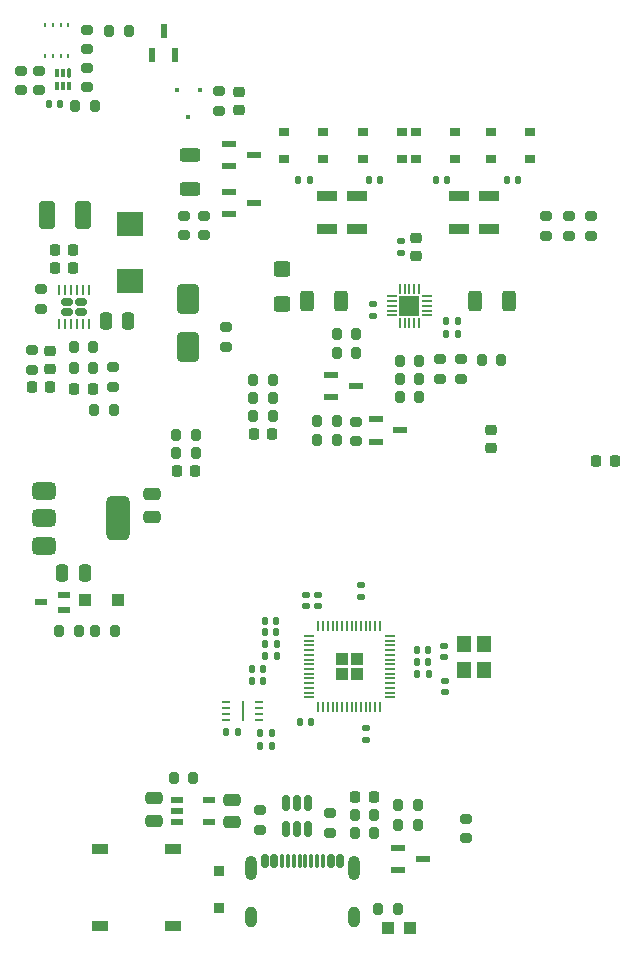
<source format=gtp>
%TF.GenerationSoftware,KiCad,Pcbnew,8.0.6*%
%TF.CreationDate,2024-11-28T22:24:40+00:00*%
%TF.ProjectId,StepUp,53746570-5570-42e6-9b69-6361645f7063,v0.1*%
%TF.SameCoordinates,Original*%
%TF.FileFunction,Paste,Top*%
%TF.FilePolarity,Positive*%
%FSLAX46Y46*%
G04 Gerber Fmt 4.6, Leading zero omitted, Abs format (unit mm)*
G04 Created by KiCad (PCBNEW 8.0.6) date 2024-11-28 22:24:40*
%MOMM*%
%LPD*%
G01*
G04 APERTURE LIST*
G04 Aperture macros list*
%AMRoundRect*
0 Rectangle with rounded corners*
0 $1 Rounding radius*
0 $2 $3 $4 $5 $6 $7 $8 $9 X,Y pos of 4 corners*
0 Add a 4 corners polygon primitive as box body*
4,1,4,$2,$3,$4,$5,$6,$7,$8,$9,$2,$3,0*
0 Add four circle primitives for the rounded corners*
1,1,$1+$1,$2,$3*
1,1,$1+$1,$4,$5*
1,1,$1+$1,$6,$7*
1,1,$1+$1,$8,$9*
0 Add four rect primitives between the rounded corners*
20,1,$1+$1,$2,$3,$4,$5,0*
20,1,$1+$1,$4,$5,$6,$7,0*
20,1,$1+$1,$6,$7,$8,$9,0*
20,1,$1+$1,$8,$9,$2,$3,0*%
G04 Aperture macros list end*
%ADD10R,0.863600X0.787400*%
%ADD11RoundRect,0.250000X0.312500X0.625000X-0.312500X0.625000X-0.312500X-0.625000X0.312500X-0.625000X0*%
%ADD12RoundRect,0.200000X-0.275000X0.200000X-0.275000X-0.200000X0.275000X-0.200000X0.275000X0.200000X0*%
%ADD13RoundRect,0.140000X0.170000X-0.140000X0.170000X0.140000X-0.170000X0.140000X-0.170000X-0.140000X0*%
%ADD14RoundRect,0.140000X-0.140000X-0.170000X0.140000X-0.170000X0.140000X0.170000X-0.140000X0.170000X0*%
%ADD15RoundRect,0.135000X-0.135000X-0.185000X0.135000X-0.185000X0.135000X0.185000X-0.135000X0.185000X0*%
%ADD16RoundRect,0.140000X0.140000X0.170000X-0.140000X0.170000X-0.140000X-0.170000X0.140000X-0.170000X0*%
%ADD17RoundRect,0.150000X-0.150000X-0.425000X0.150000X-0.425000X0.150000X0.425000X-0.150000X0.425000X0*%
%ADD18RoundRect,0.075000X-0.075000X-0.500000X0.075000X-0.500000X0.075000X0.500000X-0.075000X0.500000X0*%
%ADD19O,1.000000X2.100000*%
%ADD20O,1.000000X1.800000*%
%ADD21RoundRect,0.200000X-0.200000X-0.275000X0.200000X-0.275000X0.200000X0.275000X-0.200000X0.275000X0*%
%ADD22RoundRect,0.225000X0.225000X0.250000X-0.225000X0.250000X-0.225000X-0.250000X0.225000X-0.250000X0*%
%ADD23RoundRect,0.135000X0.135000X0.185000X-0.135000X0.185000X-0.135000X-0.185000X0.135000X-0.185000X0*%
%ADD24RoundRect,0.200000X0.200000X0.275000X-0.200000X0.275000X-0.200000X-0.275000X0.200000X-0.275000X0*%
%ADD25RoundRect,0.225000X-0.225000X-0.250000X0.225000X-0.250000X0.225000X0.250000X-0.225000X0.250000X0*%
%ADD26R,1.000000X0.550000*%
%ADD27R,1.300000X0.600000*%
%ADD28RoundRect,0.250000X0.292217X-0.292217X0.292217X0.292217X-0.292217X0.292217X-0.292217X-0.292217X0*%
%ADD29RoundRect,0.050000X0.050000X-0.387500X0.050000X0.387500X-0.050000X0.387500X-0.050000X-0.387500X0*%
%ADD30RoundRect,0.050000X0.387500X-0.050000X0.387500X0.050000X-0.387500X0.050000X-0.387500X-0.050000X0*%
%ADD31R,1.000000X1.000000*%
%ADD32R,1.753400X0.912000*%
%ADD33RoundRect,0.160000X0.345000X-0.160000X0.345000X0.160000X-0.345000X0.160000X-0.345000X-0.160000X0*%
%ADD34RoundRect,0.062500X0.062500X-0.362500X0.062500X0.362500X-0.062500X0.362500X-0.062500X-0.362500X0*%
%ADD35R,0.254000X0.355600*%
%ADD36RoundRect,0.250000X0.625000X-0.312500X0.625000X0.312500X-0.625000X0.312500X-0.625000X-0.312500X0*%
%ADD37RoundRect,0.250000X0.650000X-1.000000X0.650000X1.000000X-0.650000X1.000000X-0.650000X-1.000000X0*%
%ADD38RoundRect,0.200000X0.275000X-0.200000X0.275000X0.200000X-0.275000X0.200000X-0.275000X-0.200000X0*%
%ADD39RoundRect,0.250000X-0.250000X-0.475000X0.250000X-0.475000X0.250000X0.475000X-0.250000X0.475000X0*%
%ADD40RoundRect,0.225000X-0.250000X0.225000X-0.250000X-0.225000X0.250000X-0.225000X0.250000X0.225000X0*%
%ADD41RoundRect,0.140000X-0.170000X0.140000X-0.170000X-0.140000X0.170000X-0.140000X0.170000X0.140000X0*%
%ADD42RoundRect,0.250000X0.250000X0.475000X-0.250000X0.475000X-0.250000X-0.475000X0.250000X-0.475000X0*%
%ADD43R,1.200000X1.400000*%
%ADD44RoundRect,0.250000X-0.312500X-0.625000X0.312500X-0.625000X0.312500X0.625000X-0.312500X0.625000X0*%
%ADD45RoundRect,0.375000X-0.625000X-0.375000X0.625000X-0.375000X0.625000X0.375000X-0.625000X0.375000X0*%
%ADD46RoundRect,0.500000X-0.500000X-1.400000X0.500000X-1.400000X0.500000X1.400000X-0.500000X1.400000X0*%
%ADD47O,0.857199X0.204000*%
%ADD48O,0.204000X0.857199*%
%ADD49R,1.701800X1.701800*%
%ADD50RoundRect,0.250000X0.475000X-0.250000X0.475000X0.250000X-0.475000X0.250000X-0.475000X-0.250000X0*%
%ADD51RoundRect,0.250000X0.412500X0.925000X-0.412500X0.925000X-0.412500X-0.925000X0.412500X-0.925000X0*%
%ADD52R,0.457200X0.406400*%
%ADD53R,0.711200X0.254000*%
%ADD54R,0.254000X1.651000*%
%ADD55R,2.200000X2.150000*%
%ADD56RoundRect,0.250000X-0.475000X0.250000X-0.475000X-0.250000X0.475000X-0.250000X0.475000X0.250000X0*%
%ADD57R,1.050000X0.600000*%
%ADD58R,0.600000X1.300000*%
%ADD59R,1.397000X0.889000*%
%ADD60RoundRect,0.250000X-0.450000X0.400000X-0.450000X-0.400000X0.450000X-0.400000X0.450000X0.400000X0*%
%ADD61RoundRect,0.225000X0.250000X-0.225000X0.250000X0.225000X-0.250000X0.225000X-0.250000X-0.225000X0*%
%ADD62R,0.950000X0.900000*%
%ADD63RoundRect,0.070000X0.070000X0.355000X-0.070000X0.355000X-0.070000X-0.355000X0.070000X-0.355000X0*%
%ADD64RoundRect,0.070000X0.070000X0.305000X-0.070000X0.305000X-0.070000X-0.305000X0.070000X-0.305000X0*%
%ADD65RoundRect,0.150000X0.150000X-0.512500X0.150000X0.512500X-0.150000X0.512500X-0.150000X-0.512500X0*%
%ADD66RoundRect,0.250000X-0.300000X-0.300000X0.300000X-0.300000X0.300000X0.300000X-0.300000X0.300000X0*%
G04 APERTURE END LIST*
D10*
%TO.C,D3*%
X90477799Y-63478600D03*
X87175799Y-63478600D03*
%TD*%
D11*
%TO.C,R20*%
X99572900Y-75550001D03*
X96647900Y-75550001D03*
%TD*%
D12*
%TO.C,R33*%
X74950000Y-57775000D03*
X74950000Y-59425000D03*
%TD*%
D13*
%TO.C,C10*%
X87000000Y-100580000D03*
X87000000Y-99620000D03*
%TD*%
D14*
%TO.C,C5*%
X91720000Y-105100000D03*
X92680000Y-105100000D03*
%TD*%
D15*
%TO.C,R6*%
X78860000Y-105612500D03*
X79880000Y-105612500D03*
%TD*%
D16*
%TO.C,C8*%
X79850000Y-102600000D03*
X78890000Y-102600000D03*
%TD*%
D17*
%TO.C,J1*%
X78858000Y-122950000D03*
X79658000Y-122950000D03*
D18*
X80808000Y-122950000D03*
X81808000Y-122950000D03*
X82308000Y-122950000D03*
X83308000Y-122950000D03*
D17*
X84458000Y-122950000D03*
X85258000Y-122950000D03*
X85258000Y-122950000D03*
X84458000Y-122950000D03*
D18*
X83808000Y-122950000D03*
X82808000Y-122950000D03*
X81308000Y-122950000D03*
X80308000Y-122950000D03*
D17*
X79658000Y-122950000D03*
X78858000Y-122950000D03*
D19*
X77738000Y-123525000D03*
D20*
X77738000Y-127705000D03*
D19*
X86378000Y-123525000D03*
D20*
X86378000Y-127705000D03*
%TD*%
D14*
%TO.C,C19*%
X94237000Y-77249000D03*
X95197000Y-77249000D03*
%TD*%
D21*
%TO.C,R40*%
X71375000Y-88424000D03*
X73025000Y-88424000D03*
%TD*%
D14*
%TO.C,C18*%
X94220000Y-78300000D03*
X95180000Y-78300000D03*
%TD*%
D12*
%TO.C,R32*%
X75600000Y-77775000D03*
X75600000Y-79425000D03*
%TD*%
D22*
%TO.C,C41*%
X108475000Y-89100000D03*
X106925000Y-89100000D03*
%TD*%
D12*
%TO.C,R10*%
X86600000Y-85775000D03*
X86600000Y-87425000D03*
%TD*%
D23*
%TO.C,R2*%
X79510000Y-112100000D03*
X78490000Y-112100000D03*
%TD*%
D24*
%TO.C,R28*%
X66067000Y-84760000D03*
X64417000Y-84760000D03*
%TD*%
D15*
%TO.C,R5*%
X91712000Y-107135000D03*
X92732000Y-107135000D03*
%TD*%
%TO.C,R7*%
X78860000Y-104600000D03*
X79880000Y-104600000D03*
%TD*%
D10*
%TO.C,D8*%
X94935400Y-61192600D03*
X91633400Y-61192600D03*
%TD*%
%TO.C,D10*%
X97983400Y-61192600D03*
X101285400Y-61192600D03*
%TD*%
D25*
%TO.C,C38*%
X77928000Y-86768000D03*
X79478000Y-86768000D03*
%TD*%
D13*
%TO.C,C15*%
X88025000Y-76779000D03*
X88025000Y-75819000D03*
%TD*%
D10*
%TO.C,D7*%
X91633400Y-63478600D03*
X94935400Y-63478600D03*
%TD*%
D24*
%TO.C,R8*%
X84950000Y-87300000D03*
X83300000Y-87300000D03*
%TD*%
%TO.C,R31*%
X64329000Y-79428000D03*
X62679000Y-79428000D03*
%TD*%
D12*
%TO.C,R4*%
X84350000Y-118925000D03*
X84350000Y-120575000D03*
%TD*%
%TO.C,R48*%
X63800000Y-52575000D03*
X63800000Y-54225000D03*
%TD*%
D22*
%TO.C,C28*%
X62667000Y-72734000D03*
X61117000Y-72734000D03*
%TD*%
D26*
%TO.C,Q3*%
X61822000Y-101714000D03*
X61822000Y-100414000D03*
X59922000Y-101064000D03*
%TD*%
D27*
%TO.C,D13*%
X75850000Y-66300000D03*
X75850000Y-68200000D03*
X77950000Y-67250000D03*
%TD*%
D28*
%TO.C,U3*%
X85367500Y-107136500D03*
X86642500Y-107136500D03*
X85367500Y-105861500D03*
X86642500Y-105861500D03*
D29*
X83405000Y-109936500D03*
X83805000Y-109936500D03*
X84205000Y-109936500D03*
X84605000Y-109936500D03*
X85005000Y-109936500D03*
X85405000Y-109936500D03*
X85805000Y-109936500D03*
X86205000Y-109936500D03*
X86605000Y-109936500D03*
X87005000Y-109936500D03*
X87405000Y-109936500D03*
X87805000Y-109936500D03*
X88205000Y-109936500D03*
X88605000Y-109936500D03*
D30*
X89442500Y-109099000D03*
X89442500Y-108699000D03*
X89442500Y-108299000D03*
X89442500Y-107899000D03*
X89442500Y-107499000D03*
X89442500Y-107099000D03*
X89442500Y-106699000D03*
X89442500Y-106299000D03*
X89442500Y-105899000D03*
X89442500Y-105499000D03*
X89442500Y-105099000D03*
X89442500Y-104699000D03*
X89442500Y-104299000D03*
X89442500Y-103899000D03*
D29*
X88605000Y-103061500D03*
X88205000Y-103061500D03*
X87805000Y-103061500D03*
X87405000Y-103061500D03*
X87005000Y-103061500D03*
X86605000Y-103061500D03*
X86205000Y-103061500D03*
X85805000Y-103061500D03*
X85405000Y-103061500D03*
X85005000Y-103061500D03*
X84605000Y-103061500D03*
X84205000Y-103061500D03*
X83805000Y-103061500D03*
X83405000Y-103061500D03*
D30*
X82567500Y-103899000D03*
X82567500Y-104299000D03*
X82567500Y-104699000D03*
X82567500Y-105099000D03*
X82567500Y-105499000D03*
X82567500Y-105899000D03*
X82567500Y-106299000D03*
X82567500Y-106699000D03*
X82567500Y-107099000D03*
X82567500Y-107499000D03*
X82567500Y-107899000D03*
X82567500Y-108299000D03*
X82567500Y-108699000D03*
X82567500Y-109099000D03*
%TD*%
D21*
%TO.C,R26*%
X88475000Y-127000000D03*
X90125000Y-127000000D03*
%TD*%
D12*
%TO.C,R3*%
X78500000Y-118675000D03*
X78500000Y-120325000D03*
%TD*%
D16*
%TO.C,C7*%
X78740500Y-106700000D03*
X77780500Y-106700000D03*
%TD*%
%TO.C,C36*%
X61530000Y-58900000D03*
X60570000Y-58900000D03*
%TD*%
D21*
%TO.C,R24*%
X71175000Y-115900000D03*
X72825000Y-115900000D03*
%TD*%
D16*
%TO.C,C6*%
X79850000Y-103600000D03*
X78890000Y-103600000D03*
%TD*%
D31*
%TO.C,LED1*%
X91200000Y-128650000D03*
X89300000Y-128650000D03*
%TD*%
D21*
%TO.C,R45*%
X86475000Y-119020000D03*
X88125000Y-119020000D03*
%TD*%
%TO.C,R30*%
X62679000Y-81206000D03*
X64329000Y-81206000D03*
%TD*%
D12*
%TO.C,R27*%
X59150000Y-79725000D03*
X59150000Y-81375000D03*
%TD*%
D32*
%TO.C,L1*%
X86680400Y-66661201D03*
X86680400Y-69452801D03*
%TD*%
D13*
%TO.C,C13*%
X83350000Y-101380000D03*
X83350000Y-100420000D03*
%TD*%
D10*
%TO.C,D4*%
X87175799Y-61192600D03*
X90477799Y-61192600D03*
%TD*%
D27*
%TO.C,Q4*%
X75850000Y-62250000D03*
X75850000Y-64150000D03*
X77950000Y-63200000D03*
%TD*%
D33*
%TO.C,U7*%
X62086000Y-76430000D03*
X63336000Y-76430000D03*
X62086000Y-75630000D03*
X63336000Y-75630000D03*
D34*
X61461000Y-77455000D03*
X61961000Y-77455000D03*
X62461000Y-77455000D03*
X62961000Y-77455000D03*
X63461000Y-77455000D03*
X63961000Y-77455000D03*
X63961000Y-74605000D03*
X63461000Y-74605000D03*
X62961000Y-74605000D03*
X62461000Y-74605000D03*
X61961000Y-74605000D03*
X61461000Y-74605000D03*
%TD*%
D35*
%TO.C,U8*%
X60275001Y-54820800D03*
X60924999Y-54820800D03*
X61575001Y-54820800D03*
X62224999Y-54820800D03*
X62224999Y-52179200D03*
X61575001Y-52179200D03*
X60924999Y-52179200D03*
X60275001Y-52179200D03*
%TD*%
D14*
%TO.C,C3*%
X75598000Y-112048000D03*
X76558000Y-112048000D03*
%TD*%
D13*
%TO.C,C14*%
X82334000Y-101380000D03*
X82334000Y-100420000D03*
%TD*%
D12*
%TO.C,R34*%
X73700000Y-68325000D03*
X73700000Y-69975000D03*
%TD*%
D24*
%TO.C,R14*%
X91925000Y-83648000D03*
X90275000Y-83648000D03*
%TD*%
D12*
%TO.C,R37*%
X59750000Y-56025000D03*
X59750000Y-57675000D03*
%TD*%
D32*
%TO.C,L4*%
X97856400Y-66661201D03*
X97856400Y-69452801D03*
%TD*%
D24*
%TO.C,R43*%
X77875000Y-85244000D03*
X79525000Y-85244000D03*
%TD*%
D25*
%TO.C,C32*%
X59137000Y-82836000D03*
X60687000Y-82836000D03*
%TD*%
D36*
%TO.C,R23*%
X72550000Y-66062500D03*
X72550000Y-63137500D03*
%TD*%
D24*
%TO.C,R13*%
X86625000Y-78300000D03*
X84975000Y-78300000D03*
%TD*%
D16*
%TO.C,C20*%
X88655000Y-65289000D03*
X87695000Y-65289000D03*
%TD*%
%TO.C,C4*%
X78740500Y-107716000D03*
X77780500Y-107716000D03*
%TD*%
D25*
%TO.C,C39*%
X86525000Y-117500000D03*
X88075000Y-117500000D03*
%TD*%
D12*
%TO.C,R51*%
X106500000Y-68375000D03*
X106500000Y-70025000D03*
%TD*%
D37*
%TO.C,D12*%
X72342000Y-79410000D03*
X72342000Y-75410000D03*
%TD*%
D12*
%TO.C,R50*%
X104600000Y-68375000D03*
X104600000Y-70025000D03*
%TD*%
D38*
%TO.C,R54*%
X95900000Y-121025000D03*
X95900000Y-119375000D03*
%TD*%
D13*
%TO.C,C2*%
X94000000Y-105680000D03*
X94000000Y-104720000D03*
%TD*%
D39*
%TO.C,C24*%
X61700000Y-98550000D03*
X63600000Y-98550000D03*
%TD*%
D40*
%TO.C,C31*%
X60674000Y-79775000D03*
X60674000Y-81325000D03*
%TD*%
D41*
%TO.C,C1*%
X94100000Y-107720000D03*
X94100000Y-108680000D03*
%TD*%
D32*
%TO.C,L2*%
X84140400Y-66661201D03*
X84140400Y-69452801D03*
%TD*%
D24*
%TO.C,R12*%
X86625000Y-79900000D03*
X84975000Y-79900000D03*
%TD*%
D16*
%TO.C,C9*%
X82780000Y-111200000D03*
X81820000Y-111200000D03*
%TD*%
D42*
%TO.C,C34*%
X67292000Y-77210000D03*
X65392000Y-77210000D03*
%TD*%
D24*
%TO.C,R16*%
X91925000Y-80600000D03*
X90275000Y-80600000D03*
%TD*%
D14*
%TO.C,C23*%
X99340000Y-65256600D03*
X100300000Y-65256600D03*
%TD*%
D43*
%TO.C,Y1*%
X97450000Y-106800000D03*
X97450000Y-104600000D03*
X95750000Y-104600000D03*
X95750000Y-106800000D03*
%TD*%
D21*
%TO.C,R17*%
X97225000Y-80500000D03*
X98875000Y-80500000D03*
%TD*%
D44*
%TO.C,R19*%
X82423900Y-75550001D03*
X85348900Y-75550001D03*
%TD*%
D16*
%TO.C,C21*%
X82655000Y-65256600D03*
X81695000Y-65256600D03*
%TD*%
D45*
%TO.C,U5*%
X60150000Y-91650000D03*
X60150000Y-93950000D03*
D46*
X66450000Y-93950000D03*
D45*
X60150000Y-96250000D03*
%TD*%
D15*
%TO.C,R1*%
X78490000Y-113200000D03*
X79510000Y-113200000D03*
%TD*%
D14*
%TO.C,C12*%
X91742000Y-106100000D03*
X92702000Y-106100000D03*
%TD*%
D21*
%TO.C,R42*%
X79525000Y-83720000D03*
X77875000Y-83720000D03*
%TD*%
D47*
%TO.C,U4*%
X89630000Y-75149999D03*
X89630000Y-75550001D03*
X89630000Y-75950000D03*
X89630000Y-76349999D03*
X89630000Y-76750001D03*
D48*
X90299999Y-77420000D03*
X90700001Y-77420000D03*
X91100000Y-77420000D03*
X91499999Y-77420000D03*
X91900001Y-77420000D03*
D47*
X92570000Y-76750001D03*
X92570000Y-76349999D03*
X92570000Y-75950000D03*
X92570000Y-75550001D03*
X92570000Y-75149999D03*
D48*
X91900001Y-74480000D03*
X91499999Y-74480000D03*
X91100000Y-74480000D03*
X90700001Y-74480000D03*
X90299999Y-74480000D03*
D49*
X91100000Y-75950000D03*
%TD*%
D12*
%TO.C,R11*%
X93700000Y-80475000D03*
X93700000Y-82125000D03*
%TD*%
D21*
%TO.C,R41*%
X77875000Y-82200000D03*
X79525000Y-82200000D03*
%TD*%
D50*
%TO.C,C30*%
X69500000Y-119550000D03*
X69500000Y-117650000D03*
%TD*%
D51*
%TO.C,C25*%
X63487500Y-68250000D03*
X60412500Y-68250000D03*
%TD*%
D24*
%TO.C,R15*%
X91925000Y-82124000D03*
X90275000Y-82124000D03*
%TD*%
D10*
%TO.C,D9*%
X101285400Y-63478600D03*
X97983400Y-63478600D03*
%TD*%
D21*
%TO.C,R36*%
X62825000Y-59000000D03*
X64475000Y-59000000D03*
%TD*%
D25*
%TO.C,C37*%
X71428000Y-89944000D03*
X72978000Y-89944000D03*
%TD*%
D12*
%TO.C,R38*%
X58200000Y-56025000D03*
X58200000Y-57675000D03*
%TD*%
%TO.C,R49*%
X102700000Y-68375000D03*
X102700000Y-70025000D03*
%TD*%
D50*
%TO.C,C29*%
X69342000Y-93810000D03*
X69342000Y-91910000D03*
%TD*%
D13*
%TO.C,C17*%
X90376001Y-71458001D03*
X90376001Y-70498001D03*
%TD*%
D52*
%TO.C,Q5*%
X73350001Y-57707000D03*
X71449999Y-57707000D03*
X72400000Y-59993000D03*
%TD*%
D27*
%TO.C,Q1*%
X88250000Y-85550000D03*
X88250000Y-87450000D03*
X90350000Y-86500000D03*
%TD*%
D53*
%TO.C,U1*%
X78375000Y-110998001D03*
X78375000Y-110498000D03*
X78375000Y-109998000D03*
X78375000Y-109497999D03*
X75581000Y-109497999D03*
X75581000Y-109998000D03*
X75581000Y-110498000D03*
X75581000Y-110998001D03*
D54*
X76978000Y-110248000D03*
%TD*%
D55*
%TO.C,L5*%
X67492000Y-69010000D03*
X67492000Y-73810000D03*
%TD*%
D22*
%TO.C,C33*%
X64279000Y-82984000D03*
X62729000Y-82984000D03*
%TD*%
D24*
%TO.C,R21*%
X66147000Y-103492000D03*
X64497000Y-103492000D03*
%TD*%
D41*
%TO.C,C11*%
X87400000Y-111720000D03*
X87400000Y-112680000D03*
%TD*%
D21*
%TO.C,R9*%
X83300000Y-85700000D03*
X84950000Y-85700000D03*
%TD*%
D24*
%TO.C,R39*%
X73025000Y-86900000D03*
X71375000Y-86900000D03*
%TD*%
D56*
%TO.C,C26*%
X76102000Y-117750000D03*
X76102000Y-119650000D03*
%TD*%
D57*
%TO.C,U6*%
X71400000Y-117750000D03*
X71400000Y-118700000D03*
X71400000Y-119650000D03*
X74100000Y-119650000D03*
X74100000Y-117750000D03*
%TD*%
D24*
%TO.C,R53*%
X91825000Y-119900000D03*
X90175000Y-119900000D03*
%TD*%
D10*
%TO.C,D5*%
X80457400Y-63478600D03*
X83759400Y-63478600D03*
%TD*%
D58*
%TO.C,Q6*%
X69350000Y-54750000D03*
X71250000Y-54750000D03*
X70300000Y-52650000D03*
%TD*%
D12*
%TO.C,R29*%
X66044000Y-81143000D03*
X66044000Y-82793000D03*
%TD*%
D59*
%TO.C,SW2*%
X71065600Y-128440451D03*
X71065600Y-121940449D03*
%TD*%
D22*
%TO.C,C27*%
X62667000Y-71210000D03*
X61117000Y-71210000D03*
%TD*%
D12*
%TO.C,R18*%
X95500000Y-80475000D03*
X95500000Y-82125000D03*
%TD*%
D59*
%TO.C,SW1*%
X64900000Y-128440451D03*
X64900000Y-121940449D03*
%TD*%
D14*
%TO.C,C22*%
X93320000Y-65289000D03*
X94280000Y-65289000D03*
%TD*%
D32*
%TO.C,L3*%
X95316400Y-66661201D03*
X95316400Y-69452801D03*
%TD*%
D24*
%TO.C,R47*%
X67325000Y-52650000D03*
X65675000Y-52650000D03*
%TD*%
D40*
%TO.C,C40*%
X98000000Y-86450000D03*
X98000000Y-88000000D03*
%TD*%
D60*
%TO.C,D2*%
X80300000Y-72850000D03*
X80300000Y-75750000D03*
%TD*%
D61*
%TO.C,C35*%
X76700000Y-59375000D03*
X76700000Y-57825000D03*
%TD*%
D62*
%TO.C,D1*%
X74950000Y-123775000D03*
X74950000Y-126925000D03*
%TD*%
D10*
%TO.C,D6*%
X83759400Y-61192600D03*
X80457400Y-61192600D03*
%TD*%
D24*
%TO.C,R44*%
X88141000Y-120608000D03*
X86491000Y-120608000D03*
%TD*%
%TO.C,R52*%
X91825000Y-118200000D03*
X90175000Y-118200000D03*
%TD*%
D38*
%TO.C,R25*%
X59948000Y-76189000D03*
X59948000Y-74539000D03*
%TD*%
D12*
%TO.C,R35*%
X72050000Y-68325000D03*
X72050000Y-69975000D03*
%TD*%
D27*
%TO.C,Q7*%
X90150000Y-121850000D03*
X90150000Y-123750000D03*
X92250000Y-122800000D03*
%TD*%
%TO.C,Q2*%
X84450000Y-81800000D03*
X84450000Y-83700000D03*
X86550000Y-82750000D03*
%TD*%
D63*
%TO.C,U9*%
X62250000Y-56275000D03*
D64*
X61750000Y-56225000D03*
X61250000Y-56225000D03*
X61250000Y-57375000D03*
X61750000Y-57375000D03*
X62250000Y-57375000D03*
%TD*%
D65*
%TO.C,U2*%
X80644000Y-120277500D03*
X81594000Y-120277500D03*
X82544000Y-120277500D03*
X82544000Y-118002500D03*
X81594000Y-118002500D03*
X80644000Y-118002500D03*
%TD*%
D12*
%TO.C,R46*%
X63800000Y-55775000D03*
X63800000Y-57425000D03*
%TD*%
D61*
%TO.C,C16*%
X91646001Y-71753001D03*
X91646001Y-70203001D03*
%TD*%
D24*
%TO.C,R22*%
X63099000Y-103492000D03*
X61449000Y-103492000D03*
%TD*%
D66*
%TO.C,D11*%
X63668000Y-100836000D03*
X66468000Y-100836000D03*
%TD*%
M02*

</source>
